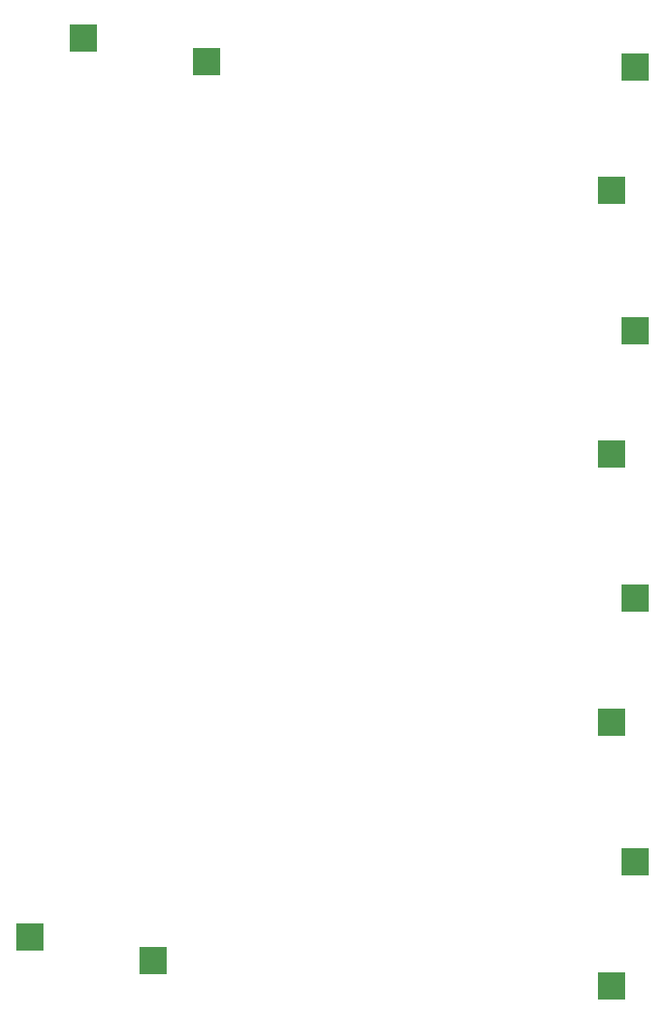
<source format=gbr>
G04 #@! TF.GenerationSoftware,KiCad,Pcbnew,9.0.2*
G04 #@! TF.CreationDate,2025-10-02T21:34:41-04:00*
G04 #@! TF.ProjectId,Trackball,54726163-6b62-4616-9c6c-2e6b69636164,rev?*
G04 #@! TF.SameCoordinates,Original*
G04 #@! TF.FileFunction,Paste,Bot*
G04 #@! TF.FilePolarity,Positive*
%FSLAX46Y46*%
G04 Gerber Fmt 4.6, Leading zero omitted, Abs format (unit mm)*
G04 Created by KiCad (PCBNEW 9.0.2) date 2025-10-02 21:34:41*
%MOMM*%
%LPD*%
G01*
G04 APERTURE LIST*
%ADD10R,2.600000X2.600000*%
G04 APERTURE END LIST*
D10*
X398750000Y-144709000D03*
X387200000Y-142509000D03*
X443793000Y-135484000D03*
X441593000Y-147034000D03*
X443793000Y-85850000D03*
X441593000Y-97400000D03*
X392200000Y-58491000D03*
X403750000Y-60691000D03*
X443793000Y-61166000D03*
X441593000Y-72716000D03*
X443793000Y-110850000D03*
X441593000Y-122400000D03*
M02*

</source>
